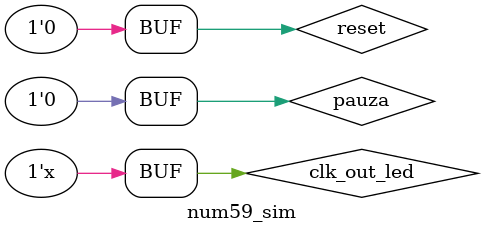
<source format=v>
`timescale 1ns / 1ps


module num59_sim(
    
    );
    reg clk_out_led, reset, pauza;
    wire [5:0]valoare_bin;
    wire carry_out;
    
    numarator_59 test(clk_out_led, reset, pauza, valoare_bin, carry_out);
    initial begin
        clk_out_led = 0;
        reset = 1;
        pauza = 0;
        #20 reset = 0;
        #60 pauza = 1;
        #20 pauza = 0;
    end
    
    always 
        #10 clk_out_led = !clk_out_led;
endmodule

</source>
